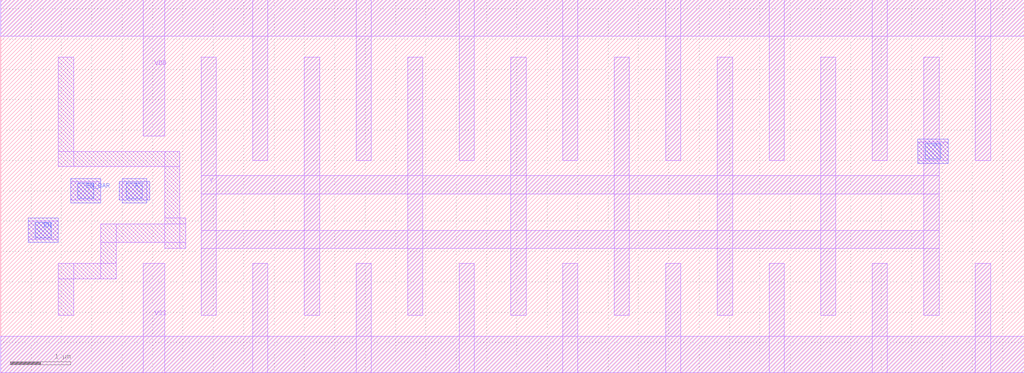
<source format=lef>
# Copyright 2022 Google LLC
# Licensed under the Apache License, Version 2.0 (the "License");
# you may not use this file except in compliance with the License.
# You may obtain a copy of the License at
#
#      http://www.apache.org/licenses/LICENSE-2.0
#
# Unless required by applicable law or agreed to in writing, software
# distributed under the License is distributed on an "AS IS" BASIS,
# WITHOUT WARRANTIES OR CONDITIONS OF ANY KIND, either express or implied.
# See the License for the specific language governing permissions and
# limitations under the License.
VERSION 5.7 ;
BUSBITCHARS "[]" ;
DIVIDERCHAR "/" ;

MACRO gf180mcu_osu_sc_gp9t3v3__tbuf_16
  CLASS CORE ;
  ORIGIN 0 0 ;
  FOREIGN gf180mcu_osu_sc_gp9t3v3__tbuf_16 0 0 ;
  SIZE 16.85 BY 6.15 ;
  SYMMETRY X Y ;
  SITE GF180_3p3_12t ;
  PIN VDD
    DIRECTION INOUT ;
    USE POWER ;
    SHAPE ABUTMENT ;
    PORT
      LAYER MET1 ;
        RECT 0 5.55 16.85 6.15 ;
        RECT 16.05 3.5 16.3 6.15 ;
        RECT 14.35 3.5 14.6 6.15 ;
        RECT 12.65 3.5 12.9 6.15 ;
        RECT 10.95 3.5 11.2 6.15 ;
        RECT 9.25 3.5 9.5 6.15 ;
        RECT 7.55 3.5 7.8 6.15 ;
        RECT 5.85 3.5 6.1 6.15 ;
        RECT 4.15 3.5 4.4 6.15 ;
        RECT 2.35 3.9 2.7 6.15 ;
    END
  END VDD
  PIN VSS
    DIRECTION INOUT ;
    USE GROUND ;
    PORT
      LAYER MET1 ;
        RECT 0 0 16.85 0.6 ;
        RECT 16.05 0 16.3 1.8 ;
        RECT 14.35 0 14.6 1.8 ;
        RECT 12.65 0 12.9 1.8 ;
        RECT 10.95 0 11.2 1.8 ;
        RECT 9.25 0 9.5 1.8 ;
        RECT 7.55 0 7.8 1.8 ;
        RECT 5.85 0 6.1 1.8 ;
        RECT 4.15 0 4.4 1.8 ;
        RECT 2.35 0 2.7 1.8 ;
    END
  END VSS
  PIN A
    DIRECTION INPUT ;
    USE SIGNAL ;
    PORT
      LAYER MET1 ;
        RECT 1.95 2.85 2.45 3.15 ;
      LAYER MET2 ;
        RECT 1.95 2.85 2.45 3.15 ;
        RECT 2 2.8 2.4 3.2 ;
      LAYER VIA12 ;
        RECT 2.07 2.87 2.33 3.13 ;
    END
  END A
  PIN EN
    DIRECTION INPUT ;
    USE SIGNAL ;
    PORT
      LAYER MET1 ;
        RECT 0.45 2.2 0.95 2.5 ;
      LAYER MET2 ;
        RECT 0.45 2.15 0.95 2.55 ;
      LAYER VIA12 ;
        RECT 0.57 2.22 0.83 2.48 ;
    END
  END EN
  PIN EN_BAR
    DIRECTION INPUT ;
    USE SIGNAL ;
    PORT
      LAYER MET1 ;
        RECT 1.15 2.85 1.65 3.15 ;
      LAYER MET2 ;
        RECT 1.15 2.8 1.65 3.2 ;
      LAYER VIA12 ;
        RECT 1.27 2.87 1.53 3.13 ;
    END
  END EN_BAR
  PIN Y
    DIRECTION OUTPUT ;
    USE SIGNAL ;
    PORT
      LAYER MET1 ;
        RECT 15.1 3.5 15.6 3.8 ;
        RECT 15.2 0.95 15.45 5.2 ;
        RECT 3.3 2.95 15.45 3.25 ;
        RECT 3.3 2.05 15.45 2.35 ;
        RECT 13.5 0.95 13.75 5.2 ;
        RECT 11.8 0.95 12.05 5.2 ;
        RECT 10.1 0.95 10.35 5.2 ;
        RECT 8.4 0.95 8.65 5.2 ;
        RECT 6.7 0.95 6.95 5.2 ;
        RECT 5 0.95 5.25 5.2 ;
        RECT 3.3 0.95 3.55 5.2 ;
      LAYER MET2 ;
        RECT 15.1 3.45 15.6 3.85 ;
      LAYER VIA12 ;
        RECT 15.22 3.52 15.48 3.78 ;
    END
  END Y
  OBS
    LAYER MET1 ;
      RECT 0.95 3.4 1.2 5.2 ;
      RECT 0.95 3.4 2.95 3.65 ;
      RECT 2.7 2.05 2.95 3.65 ;
      RECT 2.7 2.05 3.05 2.55 ;
      RECT 1.65 2.15 3.05 2.45 ;
      RECT 1.65 1.55 1.9 2.45 ;
      RECT 0.95 1.55 1.9 1.8 ;
      RECT 0.95 0.95 1.2 1.8 ;
  END
END gf180mcu_osu_sc_gp9t3v3__tbuf_16

</source>
